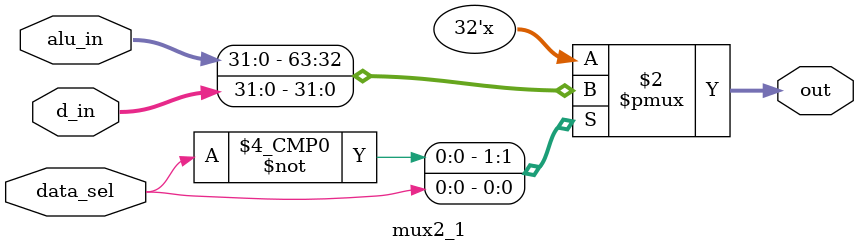
<source format=sv>
/*             Data_Memory_Mux                 */
module mux2_1(
  input logic [31:0] alu_in,
  input logic [31:0] d_in,
  input logic data_sel,
  output logic [31:0] out
);
  always_comb begin 
    case (data_sel) 
      1'b0: begin 
        out=alu_in;
      end
      1'b1: begin 
        out=d_in;
      end
      default : out=32'd0;
    endcase
  end
endmodule

</source>
